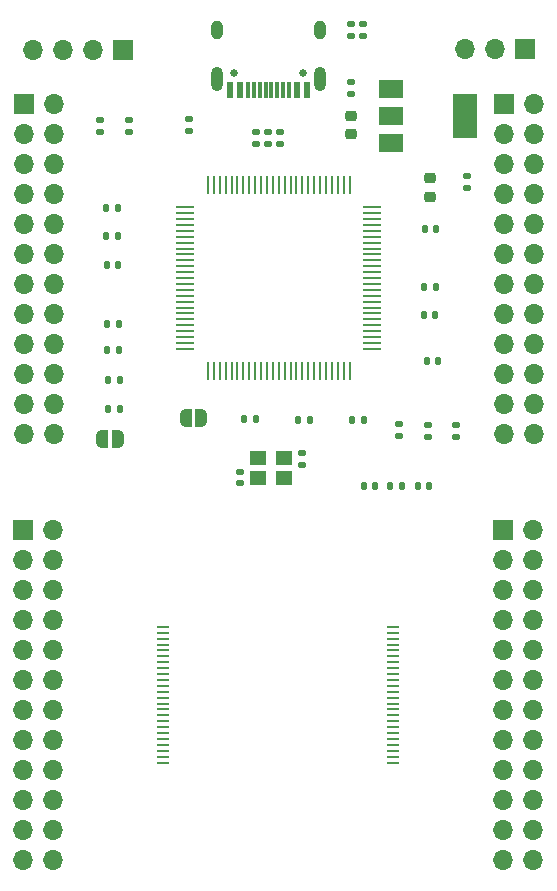
<source format=gbr>
%TF.GenerationSoftware,KiCad,Pcbnew,(6.0.11)*%
%TF.CreationDate,2023-02-23T12:45:07+08:00*%
%TF.ProjectId,nand_programmator,6e616e64-5f70-4726-9f67-72616d6d6174,v3.4*%
%TF.SameCoordinates,Original*%
%TF.FileFunction,Soldermask,Top*%
%TF.FilePolarity,Negative*%
%FSLAX46Y46*%
G04 Gerber Fmt 4.6, Leading zero omitted, Abs format (unit mm)*
G04 Created by KiCad (PCBNEW (6.0.11)) date 2023-02-23 12:45:07*
%MOMM*%
%LPD*%
G01*
G04 APERTURE LIST*
G04 Aperture macros list*
%AMRoundRect*
0 Rectangle with rounded corners*
0 $1 Rounding radius*
0 $2 $3 $4 $5 $6 $7 $8 $9 X,Y pos of 4 corners*
0 Add a 4 corners polygon primitive as box body*
4,1,4,$2,$3,$4,$5,$6,$7,$8,$9,$2,$3,0*
0 Add four circle primitives for the rounded corners*
1,1,$1+$1,$2,$3*
1,1,$1+$1,$4,$5*
1,1,$1+$1,$6,$7*
1,1,$1+$1,$8,$9*
0 Add four rect primitives between the rounded corners*
20,1,$1+$1,$2,$3,$4,$5,0*
20,1,$1+$1,$4,$5,$6,$7,0*
20,1,$1+$1,$6,$7,$8,$9,0*
20,1,$1+$1,$8,$9,$2,$3,0*%
%AMFreePoly0*
4,1,22,0.500000,-0.750000,0.000000,-0.750000,0.000000,-0.745033,-0.079941,-0.743568,-0.215256,-0.701293,-0.333266,-0.622738,-0.424486,-0.514219,-0.481581,-0.384460,-0.499164,-0.250000,-0.500000,-0.250000,-0.500000,0.250000,-0.499164,0.250000,-0.499963,0.256109,-0.478152,0.396186,-0.417904,0.524511,-0.324060,0.630769,-0.204165,0.706417,-0.067858,0.745374,0.000000,0.744959,0.000000,0.750000,
0.500000,0.750000,0.500000,-0.750000,0.500000,-0.750000,$1*%
%AMFreePoly1*
4,1,20,0.000000,0.744959,0.073905,0.744508,0.209726,0.703889,0.328688,0.626782,0.421226,0.519385,0.479903,0.390333,0.500000,0.250000,0.500000,-0.250000,0.499851,-0.262216,0.476331,-0.402017,0.414519,-0.529596,0.319384,-0.634700,0.198574,-0.708877,0.061801,-0.746166,0.000000,-0.745033,0.000000,-0.750000,-0.500000,-0.750000,-0.500000,0.750000,0.000000,0.750000,0.000000,0.744959,
0.000000,0.744959,$1*%
G04 Aperture macros list end*
%ADD10R,0.280000X1.500000*%
%ADD11R,1.500000X0.280000*%
%ADD12R,1.700000X1.700000*%
%ADD13O,1.700000X1.700000*%
%ADD14R,2.000000X1.500000*%
%ADD15R,2.000000X3.800000*%
%ADD16RoundRect,0.225000X-0.250000X0.225000X-0.250000X-0.225000X0.250000X-0.225000X0.250000X0.225000X0*%
%ADD17RoundRect,0.225000X0.250000X-0.225000X0.250000X0.225000X-0.250000X0.225000X-0.250000X-0.225000X0*%
%ADD18RoundRect,0.140000X-0.170000X0.140000X-0.170000X-0.140000X0.170000X-0.140000X0.170000X0.140000X0*%
%ADD19RoundRect,0.140000X0.170000X-0.140000X0.170000X0.140000X-0.170000X0.140000X-0.170000X-0.140000X0*%
%ADD20RoundRect,0.140000X-0.140000X-0.170000X0.140000X-0.170000X0.140000X0.170000X-0.140000X0.170000X0*%
%ADD21RoundRect,0.140000X0.140000X0.170000X-0.140000X0.170000X-0.140000X-0.170000X0.140000X-0.170000X0*%
%ADD22RoundRect,0.147500X0.147500X0.172500X-0.147500X0.172500X-0.147500X-0.172500X0.147500X-0.172500X0*%
%ADD23FreePoly0,180.000000*%
%ADD24FreePoly1,180.000000*%
%ADD25RoundRect,0.135000X-0.135000X-0.185000X0.135000X-0.185000X0.135000X0.185000X-0.135000X0.185000X0*%
%ADD26RoundRect,0.135000X0.185000X-0.135000X0.185000X0.135000X-0.185000X0.135000X-0.185000X-0.135000X0*%
%ADD27RoundRect,0.135000X0.135000X0.185000X-0.135000X0.185000X-0.135000X-0.185000X0.135000X-0.185000X0*%
%ADD28FreePoly0,0.000000*%
%ADD29FreePoly1,0.000000*%
%ADD30RoundRect,0.135000X-0.185000X0.135000X-0.185000X-0.135000X0.185000X-0.135000X0.185000X0.135000X0*%
%ADD31R,1.400000X1.200000*%
%ADD32C,0.650000*%
%ADD33R,0.600000X1.450000*%
%ADD34R,0.300000X1.450000*%
%ADD35O,1.000000X1.600000*%
%ADD36O,1.000000X2.100000*%
%ADD37R,1.100000X0.250000*%
G04 APERTURE END LIST*
D10*
%TO.C,U2*%
X17989801Y43877537D03*
X18489801Y43877537D03*
X18989801Y43877537D03*
X19489801Y43877537D03*
X19989801Y43877537D03*
X20489801Y43877537D03*
X20989801Y43877537D03*
X21489801Y43877537D03*
X21989801Y43877537D03*
X22489801Y43877537D03*
X22989801Y43877537D03*
X23489801Y43877537D03*
X23989801Y43877537D03*
X24489801Y43877537D03*
X24989801Y43877537D03*
X25489801Y43877537D03*
X25989801Y43877537D03*
X26489801Y43877537D03*
X26989801Y43877537D03*
X27489801Y43877537D03*
X27989801Y43877537D03*
X28489801Y43877537D03*
X28989801Y43877537D03*
X29489801Y43877537D03*
X29989801Y43877537D03*
D11*
X31889801Y45777537D03*
X31889801Y46277537D03*
X31889801Y46777537D03*
X31889801Y47277537D03*
X31889801Y47777537D03*
X31889801Y48277537D03*
X31889801Y48777537D03*
X31889801Y49277537D03*
X31889801Y49777537D03*
X31889801Y50277537D03*
X31889801Y50777537D03*
X31889801Y51277537D03*
X31889801Y51777537D03*
X31889801Y52277537D03*
X31889801Y52777537D03*
X31889801Y53277537D03*
X31889801Y53777537D03*
X31889801Y54277537D03*
X31889801Y54777537D03*
X31889801Y55277537D03*
X31889801Y55777537D03*
X31889801Y56277537D03*
X31889801Y56777537D03*
X31889801Y57277537D03*
X31889801Y57777537D03*
D10*
X29989801Y59677537D03*
X29489801Y59677537D03*
X28989801Y59677537D03*
X28489801Y59677537D03*
X27989801Y59677537D03*
X27489801Y59677537D03*
X26989801Y59677537D03*
X26489801Y59677537D03*
X25989801Y59677537D03*
X25489801Y59677537D03*
X24989801Y59677537D03*
X24489801Y59677537D03*
X23989801Y59677537D03*
X23489801Y59677537D03*
X22989801Y59677537D03*
X22489801Y59677537D03*
X21989801Y59677537D03*
X21489801Y59677537D03*
X20989801Y59677537D03*
X20489801Y59677537D03*
X19989801Y59677537D03*
X19489801Y59677537D03*
X18989801Y59677537D03*
X18489801Y59677537D03*
X17989801Y59677537D03*
D11*
X16089801Y57777537D03*
X16089801Y57277537D03*
X16089801Y56777537D03*
X16089801Y56277537D03*
X16089801Y55777537D03*
X16089801Y55277537D03*
X16089801Y54777537D03*
X16089801Y54277537D03*
X16089801Y53777537D03*
X16089801Y53277537D03*
X16089801Y52777537D03*
X16089801Y52277537D03*
X16089801Y51777537D03*
X16089801Y51277537D03*
X16089801Y50777537D03*
X16089801Y50277537D03*
X16089801Y49777537D03*
X16089801Y49277537D03*
X16089801Y48777537D03*
X16089801Y48277537D03*
X16089801Y47777537D03*
X16089801Y47277537D03*
X16089801Y46777537D03*
X16089801Y46277537D03*
X16089801Y45777537D03*
%TD*%
D12*
%TO.C,J1*%
X10819801Y71119737D03*
D13*
X8279801Y71119737D03*
X5739801Y71119737D03*
X3199801Y71119737D03*
%TD*%
D12*
%TO.C,J2*%
X44819801Y71145037D03*
D13*
X42279801Y71145037D03*
X39739801Y71145037D03*
%TD*%
%TO.C,J4*%
X45579801Y38569537D03*
X43039801Y38569537D03*
X45579801Y41109537D03*
X43039801Y41109537D03*
X45579801Y43649537D03*
X43039801Y43649537D03*
X45579801Y46189537D03*
X43039801Y46189537D03*
X45579801Y48729537D03*
X43039801Y48729537D03*
X45579801Y51269537D03*
X43039801Y51269537D03*
X45579801Y53809537D03*
X43039801Y53809537D03*
X45579801Y56349537D03*
X43039801Y56349537D03*
X45579801Y58889537D03*
X43039801Y58889537D03*
X45579801Y61429537D03*
X43039801Y61429537D03*
X45579801Y63969537D03*
X43039801Y63969537D03*
X45579801Y66509537D03*
D12*
X43039801Y66509537D03*
%TD*%
%TO.C,J3*%
X2399801Y66509537D03*
D13*
X4939801Y66509537D03*
X2399801Y63969537D03*
X4939801Y63969537D03*
X2399801Y61429537D03*
X4939801Y61429537D03*
X2399801Y58889537D03*
X4939801Y58889537D03*
X2399801Y56349537D03*
X4939801Y56349537D03*
X2399801Y53809537D03*
X4939801Y53809537D03*
X2399801Y51269537D03*
X4939801Y51269537D03*
X2399801Y48729537D03*
X4939801Y48729537D03*
X2399801Y46189537D03*
X4939801Y46189537D03*
X2399801Y43649537D03*
X4939801Y43649537D03*
X2399801Y41109537D03*
X4939801Y41109537D03*
X2399801Y38569537D03*
X4939801Y38569537D03*
%TD*%
D14*
%TO.C,U1*%
X33469801Y67820037D03*
X33469801Y65520037D03*
X33469801Y63220037D03*
D15*
X39769801Y65520037D03*
%TD*%
D16*
%TO.C,C6*%
X36800000Y60225000D03*
X36800000Y58675000D03*
%TD*%
D17*
%TO.C,C3*%
X30119801Y63945037D03*
X30119801Y65495037D03*
%TD*%
D18*
%TO.C,C5*%
X39950000Y60400037D03*
X39950000Y59440037D03*
%TD*%
D19*
%TO.C,C4*%
X30110000Y67400000D03*
X30110000Y68360000D03*
%TD*%
D20*
%TO.C,C9*%
X30223801Y39774137D03*
X31183801Y39774137D03*
%TD*%
%TO.C,C8*%
X36527801Y44727137D03*
X37487801Y44727137D03*
%TD*%
D19*
%TO.C,C7*%
X16419801Y64242537D03*
X16419801Y65202537D03*
%TD*%
D21*
%TO.C,C11*%
X22030000Y39880000D03*
X21070000Y39880000D03*
%TD*%
D20*
%TO.C,C10*%
X36380000Y55950000D03*
X37340000Y55950000D03*
%TD*%
D21*
%TO.C,C12*%
X10430000Y45670000D03*
X9470000Y45670000D03*
%TD*%
%TO.C,C13*%
X10373801Y52918637D03*
X9413801Y52918637D03*
%TD*%
%TO.C,C14*%
X37240000Y48610000D03*
X36280000Y48610000D03*
%TD*%
D22*
%TO.C,D1*%
X32137500Y34180000D03*
X31167500Y34180000D03*
%TD*%
D23*
%TO.C,J5*%
X10358801Y38186637D03*
D24*
X9058801Y38186637D03*
%TD*%
D25*
%TO.C,R11*%
X9428801Y47902137D03*
X10448801Y47902137D03*
%TD*%
D26*
%TO.C,R8*%
X8830000Y64130000D03*
X8830000Y65150000D03*
%TD*%
D25*
%TO.C,R12*%
X9383801Y57744637D03*
X10403801Y57744637D03*
%TD*%
%TO.C,R15*%
X9500000Y43160000D03*
X10520000Y43160000D03*
%TD*%
D27*
%TO.C,R10*%
X10403801Y55331637D03*
X9383801Y55331637D03*
%TD*%
D26*
%TO.C,R9*%
X11290000Y64130000D03*
X11290000Y65150000D03*
%TD*%
D27*
%TO.C,R1*%
X10510000Y40680000D03*
X9490000Y40680000D03*
%TD*%
%TO.C,R2*%
X26658801Y39776037D03*
X25638801Y39776037D03*
%TD*%
D26*
%TO.C,R3*%
X34204801Y38368037D03*
X34204801Y39388037D03*
%TD*%
D27*
%TO.C,R4*%
X37280000Y51040000D03*
X36260000Y51040000D03*
%TD*%
D28*
%TO.C,J6*%
X16130000Y39890000D03*
D29*
X17430000Y39890000D03*
%TD*%
D26*
%TO.C,R14*%
X38980000Y38280000D03*
X38980000Y39300000D03*
%TD*%
D22*
%TO.C,D3*%
X36725000Y34210000D03*
X35755000Y34210000D03*
%TD*%
D26*
%TO.C,R17*%
X23100000Y63120000D03*
X23100000Y64140000D03*
%TD*%
D30*
%TO.C,R5*%
X31120000Y73290000D03*
X31120000Y72270000D03*
%TD*%
D26*
%TO.C,R13*%
X36600000Y38280000D03*
X36600000Y39300000D03*
%TD*%
D31*
%TO.C,Y1*%
X24460000Y36530000D03*
X22260000Y36530000D03*
X22260000Y34830000D03*
X24460000Y34830000D03*
%TD*%
D26*
%TO.C,R16*%
X24130000Y63120000D03*
X24130000Y64140000D03*
%TD*%
D32*
%TO.C,J7*%
X26010000Y69130000D03*
X20230000Y69130000D03*
D33*
X26370000Y67685000D03*
X25570000Y67685000D03*
D34*
X24370000Y67685000D03*
X23370000Y67685000D03*
X22870000Y67685000D03*
X21870000Y67685000D03*
D33*
X20670000Y67685000D03*
X19870000Y67685000D03*
X19870000Y67685000D03*
X20670000Y67685000D03*
D34*
X21370000Y67685000D03*
X22370000Y67685000D03*
X23870000Y67685000D03*
X24870000Y67685000D03*
D33*
X25570000Y67685000D03*
X26370000Y67685000D03*
D35*
X18800000Y72780000D03*
X27440000Y72780000D03*
D36*
X27440000Y68600000D03*
X18800000Y68600000D03*
%TD*%
D37*
%TO.C,P1*%
X14200000Y22250000D03*
X14200000Y21750000D03*
X14200000Y21250000D03*
X14200000Y20750000D03*
X14200000Y20250000D03*
X14200000Y19750000D03*
X14200000Y19250000D03*
X14200000Y18750000D03*
X14200000Y18250000D03*
X14200000Y17750000D03*
X14200000Y17250000D03*
X14200000Y16750000D03*
X14200000Y16250000D03*
X14200000Y15750000D03*
X14200000Y15250000D03*
X14200000Y14750000D03*
X14200000Y14250000D03*
X14200000Y13750000D03*
X14200000Y13250000D03*
X14200000Y12750000D03*
X14200000Y12250000D03*
X14200000Y11750000D03*
X14200000Y11250000D03*
X14200000Y10750000D03*
X33700000Y10750000D03*
X33700000Y11250000D03*
X33700000Y11750000D03*
X33700000Y12250000D03*
X33700000Y12750000D03*
X33700000Y13250000D03*
X33700000Y13750000D03*
X33700000Y14250000D03*
X33700000Y14750000D03*
X33700000Y15250000D03*
X33700000Y15750000D03*
X33700000Y16250000D03*
X33700000Y16750000D03*
X33700000Y17250000D03*
X33700000Y17750000D03*
X33700000Y18250000D03*
X33700000Y18750000D03*
X33700000Y19250000D03*
X33700000Y19750000D03*
X33700000Y20250000D03*
X33700000Y20750000D03*
X33700000Y21250000D03*
X33700000Y21750000D03*
X33700000Y22250000D03*
%TD*%
D18*
%TO.C,C2*%
X25980000Y36950000D03*
X25980000Y35990000D03*
%TD*%
D30*
%TO.C,R6*%
X30070000Y73290000D03*
X30070000Y72270000D03*
%TD*%
%TO.C,R7*%
X22070000Y64150000D03*
X22070000Y63130000D03*
%TD*%
D22*
%TO.C,D2*%
X34415000Y34180000D03*
X33445000Y34180000D03*
%TD*%
D19*
%TO.C,C1*%
X20740000Y34410000D03*
X20740000Y35370000D03*
%TD*%
D12*
%TO.C,J8*%
X2360000Y30470000D03*
D13*
X4900000Y30470000D03*
X2360000Y27930000D03*
X4900000Y27930000D03*
X2360000Y25390000D03*
X4900000Y25390000D03*
X2360000Y22850000D03*
X4900000Y22850000D03*
X2360000Y20310000D03*
X4900000Y20310000D03*
X2360000Y17770000D03*
X4900000Y17770000D03*
X2360000Y15230000D03*
X4900000Y15230000D03*
X2360000Y12690000D03*
X4900000Y12690000D03*
X2360000Y10150000D03*
X4900000Y10150000D03*
X2360000Y7610000D03*
X4900000Y7610000D03*
X2360000Y5070000D03*
X4900000Y5070000D03*
X2360000Y2530000D03*
X4900000Y2530000D03*
%TD*%
%TO.C,J9*%
X45540000Y2530000D03*
X43000000Y2530000D03*
X45540000Y5070000D03*
X43000000Y5070000D03*
X45540000Y7610000D03*
X43000000Y7610000D03*
X45540000Y10150000D03*
X43000000Y10150000D03*
X45540000Y12690000D03*
X43000000Y12690000D03*
X45540000Y15230000D03*
X43000000Y15230000D03*
X45540000Y17770000D03*
X43000000Y17770000D03*
X45540000Y20310000D03*
X43000000Y20310000D03*
X45540000Y22850000D03*
X43000000Y22850000D03*
X45540000Y25390000D03*
X43000000Y25390000D03*
X45540000Y27930000D03*
X43000000Y27930000D03*
X45540000Y30470000D03*
D12*
X43000000Y30470000D03*
%TD*%
M02*

</source>
